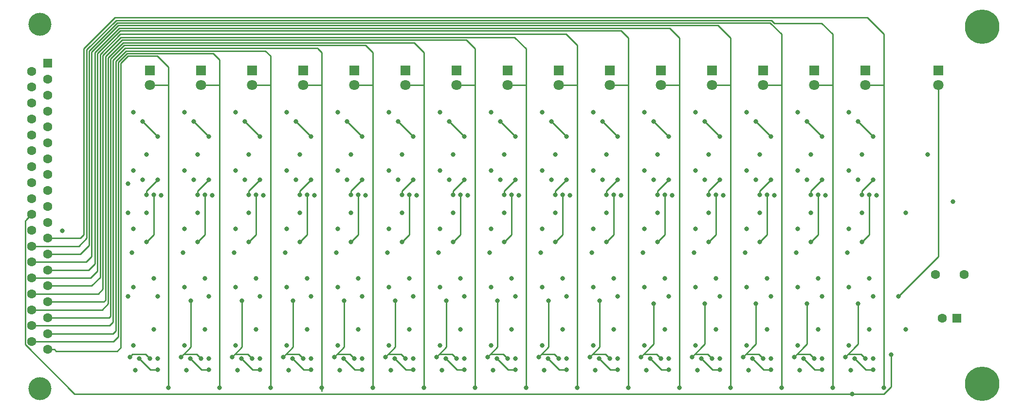
<source format=gbr>
G04 #@! TF.GenerationSoftware,KiCad,Pcbnew,5.1.5-52549c5~84~ubuntu18.04.1*
G04 #@! TF.CreationDate,2020-05-17T15:51:58-07:00*
G04 #@! TF.ProjectId,program_counter,70726f67-7261-46d5-9f63-6f756e746572,rev?*
G04 #@! TF.SameCoordinates,Original*
G04 #@! TF.FileFunction,Copper,L3,Inr*
G04 #@! TF.FilePolarity,Positive*
%FSLAX46Y46*%
G04 Gerber Fmt 4.6, Leading zero omitted, Abs format (unit mm)*
G04 Created by KiCad (PCBNEW 5.1.5-52549c5~84~ubuntu18.04.1) date 2020-05-17 15:51:58*
%MOMM*%
%LPD*%
G04 APERTURE LIST*
%ADD10C,4.000000*%
%ADD11C,1.600000*%
%ADD12R,1.600000X1.600000*%
%ADD13C,1.800000*%
%ADD14R,1.800000X1.800000*%
%ADD15C,6.000000*%
%ADD16C,0.800000*%
%ADD17C,0.250000*%
G04 APERTURE END LIST*
D10*
X72240000Y-129070000D03*
X72240000Y-65570000D03*
D11*
X70820000Y-120865000D03*
X70820000Y-118095000D03*
X70820000Y-115325000D03*
X70820000Y-112555000D03*
X70820000Y-109785000D03*
X70820000Y-107015000D03*
X70820000Y-104245000D03*
X70820000Y-101475000D03*
X70820000Y-98705000D03*
X70820000Y-95935000D03*
X70820000Y-93165000D03*
X70820000Y-90395000D03*
X70820000Y-87625000D03*
X70820000Y-84855000D03*
X70820000Y-82085000D03*
X70820000Y-79315000D03*
X70820000Y-76545000D03*
X70820000Y-73775000D03*
X73660000Y-122250000D03*
X73660000Y-119480000D03*
X73660000Y-116710000D03*
X73660000Y-113940000D03*
X73660000Y-111170000D03*
X73660000Y-108400000D03*
X73660000Y-105630000D03*
X73660000Y-102860000D03*
X73660000Y-100090000D03*
X73660000Y-97320000D03*
X73660000Y-94550000D03*
X73660000Y-91780000D03*
X73660000Y-89010000D03*
X73660000Y-86240000D03*
X73660000Y-83470000D03*
X73660000Y-80700000D03*
X73660000Y-77930000D03*
X73660000Y-75160000D03*
D12*
X73660000Y-72390000D03*
D13*
X228600000Y-76200000D03*
D14*
X228600000Y-73660000D03*
D11*
X228045000Y-109220000D03*
X233045000Y-109220000D03*
D13*
X207010000Y-76200000D03*
D14*
X207010000Y-73660000D03*
D13*
X91440000Y-76200000D03*
D14*
X91440000Y-73660000D03*
D13*
X100330000Y-76200000D03*
D14*
X100330000Y-73660000D03*
D13*
X109220000Y-76200000D03*
D14*
X109220000Y-73660000D03*
D13*
X118110000Y-76200000D03*
D14*
X118110000Y-73660000D03*
D13*
X127000000Y-76200000D03*
D14*
X127000000Y-73660000D03*
D13*
X135890000Y-76200000D03*
D14*
X135890000Y-73660000D03*
D13*
X144780000Y-76200000D03*
D14*
X144780000Y-73660000D03*
D13*
X153670000Y-76200000D03*
D14*
X153670000Y-73660000D03*
D13*
X162560000Y-76200000D03*
D14*
X162560000Y-73660000D03*
D13*
X171450000Y-76200000D03*
D14*
X171450000Y-73660000D03*
D13*
X180340000Y-76200000D03*
D14*
X180340000Y-73660000D03*
D13*
X189230000Y-76200000D03*
D14*
X189230000Y-73660000D03*
D13*
X198120000Y-76200000D03*
D14*
X198120000Y-73660000D03*
D13*
X215900000Y-76200000D03*
D14*
X215900000Y-73660000D03*
D11*
X229275000Y-116840000D03*
D12*
X231775000Y-116840000D03*
D15*
X236220000Y-66040000D03*
X236220000Y-128270000D03*
D16*
X88490000Y-121510000D03*
X97380000Y-121510000D03*
X106270000Y-121510000D03*
X115160000Y-121510000D03*
X124050000Y-121510000D03*
X132940000Y-121510000D03*
X141830000Y-121510000D03*
X150720000Y-121510000D03*
X159610000Y-121510000D03*
X168500000Y-121510000D03*
X177390000Y-121510000D03*
X186280000Y-121510000D03*
X195170000Y-121510000D03*
X204060000Y-121510000D03*
X212950000Y-121510000D03*
X88490000Y-111350000D03*
X97380000Y-111350000D03*
X106270000Y-111350000D03*
X115160000Y-111350000D03*
X124050000Y-111350000D03*
X132940000Y-111350000D03*
X141830000Y-111350000D03*
X150720000Y-111350000D03*
X159610000Y-111350000D03*
X168500000Y-111350000D03*
X177390000Y-111350000D03*
X186280000Y-111350000D03*
X195170000Y-111350000D03*
X204060000Y-111350000D03*
X212950000Y-111350000D03*
X88490000Y-101190000D03*
X97380000Y-101190000D03*
X106270000Y-101190000D03*
X115160000Y-101190000D03*
X124050000Y-101190000D03*
X132940000Y-101190000D03*
X141830000Y-101190000D03*
X150720000Y-101190000D03*
X159610000Y-101190000D03*
X168500000Y-101190000D03*
X177390000Y-101190000D03*
X186280000Y-101190000D03*
X195170000Y-101190000D03*
X204060000Y-101190000D03*
X212950000Y-101190000D03*
X88490000Y-91030000D03*
X97380000Y-91030000D03*
X106270000Y-91030000D03*
X115160000Y-91030000D03*
X124050000Y-91030000D03*
X132940000Y-91030000D03*
X141830000Y-91030000D03*
X150720000Y-91030000D03*
X159610000Y-91030000D03*
X168500000Y-91030000D03*
X177390000Y-91030000D03*
X186280000Y-91030000D03*
X195170000Y-91030000D03*
X204060000Y-91030000D03*
X212950000Y-91030000D03*
X88490000Y-80870000D03*
X97380000Y-80870000D03*
X106270000Y-80870000D03*
X115160000Y-80870000D03*
X124050000Y-80870000D03*
X132940000Y-80870000D03*
X141830000Y-80870000D03*
X150720000Y-80870000D03*
X159610000Y-80870000D03*
X168500000Y-80870000D03*
X177390000Y-80870000D03*
X186280000Y-80870000D03*
X195170000Y-80870000D03*
X204060000Y-80870000D03*
X212950000Y-80870000D03*
X231140000Y-96520000D03*
X219075000Y-128905000D03*
X210185000Y-128905000D03*
X201295000Y-128905000D03*
X192405000Y-128905000D03*
X183515000Y-128905000D03*
X174625000Y-128905000D03*
X165735000Y-128905000D03*
X156845000Y-128905000D03*
X147955000Y-128905000D03*
X139065000Y-128905000D03*
X130175000Y-128905000D03*
X121285000Y-128905000D03*
X112395000Y-128905000D03*
X103505000Y-128905000D03*
X94615000Y-128905000D03*
X217200000Y-113000000D03*
X208310000Y-113000000D03*
X199420000Y-113000000D03*
X190530000Y-113000000D03*
X181640000Y-113000000D03*
X172750000Y-113000000D03*
X163860000Y-113000000D03*
X154970000Y-113000000D03*
X146080000Y-113000000D03*
X137190000Y-113000000D03*
X128300000Y-113000000D03*
X119410000Y-113000000D03*
X110520000Y-113000000D03*
X101630000Y-113000000D03*
X92740000Y-113000000D03*
X76200000Y-101600000D03*
X87630000Y-113030000D03*
X221615000Y-113030000D03*
X100965000Y-109855000D03*
X118745000Y-109855000D03*
X136525000Y-109855000D03*
X154305000Y-109855000D03*
X172085000Y-109855000D03*
X189865000Y-109855000D03*
X207645000Y-109855000D03*
X90805000Y-98425000D03*
X99695000Y-98425000D03*
X108585000Y-98425000D03*
X117475000Y-98425000D03*
X126365000Y-98425000D03*
X135255000Y-98425000D03*
X144145000Y-98425000D03*
X153035000Y-98425000D03*
X161925000Y-98425000D03*
X170815000Y-98425000D03*
X179705000Y-98425000D03*
X188595000Y-98425000D03*
X197485000Y-98425000D03*
X206375000Y-98425000D03*
X215265000Y-98425000D03*
X222885000Y-98425000D03*
X87630000Y-98425000D03*
X92075000Y-109855000D03*
X109855000Y-109855000D03*
X127635000Y-109855000D03*
X145415000Y-109855000D03*
X163195000Y-109855000D03*
X180975000Y-109855000D03*
X198755000Y-109855000D03*
X216535000Y-109855000D03*
X213995000Y-123795000D03*
X217200000Y-125760000D03*
X215900000Y-123825000D03*
X212365000Y-123550000D03*
X214630000Y-114300000D03*
X92090000Y-118730000D03*
X100980000Y-118730000D03*
X109870000Y-118730000D03*
X118760000Y-118730000D03*
X127650000Y-118730000D03*
X136540000Y-118730000D03*
X145430000Y-118730000D03*
X154320000Y-118730000D03*
X163210000Y-118730000D03*
X172100000Y-118730000D03*
X180990000Y-118730000D03*
X189880000Y-118730000D03*
X198770000Y-118730000D03*
X207660000Y-118730000D03*
X216550000Y-118730000D03*
X222885000Y-118745000D03*
X90805000Y-88265000D03*
X99695000Y-88265000D03*
X108585000Y-88265000D03*
X117475000Y-88265000D03*
X126365000Y-88265000D03*
X135255000Y-88265000D03*
X144145000Y-88265000D03*
X153035000Y-88265000D03*
X161925000Y-88265000D03*
X170815000Y-88265000D03*
X179705000Y-88265000D03*
X188595000Y-88265000D03*
X197485000Y-88265000D03*
X206375000Y-88265000D03*
X215265000Y-88265000D03*
X226695000Y-88265000D03*
X217805000Y-95350000D03*
X214600000Y-92680000D03*
X215250000Y-95265000D03*
X217200000Y-92680000D03*
X89535000Y-123795000D03*
X92740000Y-125760000D03*
X91440000Y-123825000D03*
X87905000Y-123550000D03*
X90140000Y-92680000D03*
X93345000Y-95350000D03*
X92740000Y-92680000D03*
X90790000Y-95265000D03*
X90140000Y-82520000D03*
X92740000Y-85120000D03*
X98552000Y-113792000D03*
X100330000Y-123825000D03*
X96795000Y-123550000D03*
X99680000Y-95265000D03*
X101630000Y-92680000D03*
X101630000Y-85120000D03*
X99030000Y-82520000D03*
X107315000Y-123795000D03*
X110520000Y-125760000D03*
X109220000Y-123825000D03*
X105685000Y-123550000D03*
X107442000Y-113792000D03*
X111125000Y-95350000D03*
X107920000Y-92680000D03*
X108570000Y-95265000D03*
X110520000Y-92680000D03*
X116205000Y-123795000D03*
X119410000Y-125760000D03*
X118110000Y-123825000D03*
X114575000Y-123550000D03*
X116332000Y-113792000D03*
X120015000Y-95350000D03*
X116810000Y-92680000D03*
X117460000Y-95265000D03*
X119410000Y-92680000D03*
X119410000Y-85120000D03*
X116810000Y-82520000D03*
X127000000Y-123825000D03*
X123465000Y-123550000D03*
X125222000Y-113792000D03*
X126350000Y-95265000D03*
X128300000Y-92680000D03*
X128300000Y-85120000D03*
X125700000Y-82520000D03*
X133985000Y-123795000D03*
X137190000Y-125760000D03*
X135890000Y-123825000D03*
X132355000Y-123550000D03*
X134112000Y-113792000D03*
X137795000Y-95350000D03*
X134590000Y-92680000D03*
X135240000Y-95265000D03*
X137190000Y-92680000D03*
X142875000Y-123795000D03*
X146080000Y-125760000D03*
X144780000Y-123825000D03*
X141245000Y-123550000D03*
X143002000Y-113792000D03*
X146685000Y-95350000D03*
X143480000Y-92680000D03*
X144130000Y-95265000D03*
X146080000Y-92680000D03*
X146080000Y-85120000D03*
X143480000Y-82520000D03*
X153670000Y-123825000D03*
X150135000Y-123550000D03*
X151892000Y-113792000D03*
X153020000Y-95265000D03*
X154970000Y-92680000D03*
X154970000Y-85120000D03*
X152370000Y-82520000D03*
X160655000Y-123795000D03*
X163860000Y-125760000D03*
X162560000Y-123825000D03*
X159025000Y-123550000D03*
X160782000Y-113792000D03*
X164465000Y-95350000D03*
X161260000Y-92680000D03*
X161910000Y-95265000D03*
X163860000Y-92680000D03*
X217200000Y-123795000D03*
X213360000Y-125845000D03*
X220345000Y-123190000D03*
X213544990Y-129990010D03*
X212725000Y-105410000D03*
X203835000Y-105410000D03*
X194945000Y-105410000D03*
X186055000Y-105410000D03*
X177165000Y-105410000D03*
X168275000Y-105410000D03*
X159385000Y-105410000D03*
X150495000Y-105410000D03*
X141605000Y-105410000D03*
X132715000Y-105410000D03*
X123825000Y-105410000D03*
X114935000Y-105410000D03*
X106045000Y-105410000D03*
X97155000Y-105410000D03*
X88265000Y-105410000D03*
X87630000Y-93345000D03*
X208310000Y-123795000D03*
X204470000Y-125845000D03*
X215250000Y-103520000D03*
X216550000Y-95265000D03*
X217200000Y-85120000D03*
X214600000Y-82520000D03*
X92740000Y-123795000D03*
X88900000Y-125845000D03*
X92090000Y-95265000D03*
X90790000Y-103520000D03*
X98425000Y-123795000D03*
X101630000Y-125760000D03*
X97790000Y-125845000D03*
X101630000Y-123795000D03*
X99680000Y-103520000D03*
X100980000Y-95265000D03*
X102235000Y-95350000D03*
X99030000Y-92680000D03*
X110520000Y-123795000D03*
X106680000Y-125845000D03*
X108570000Y-103520000D03*
X109870000Y-95265000D03*
X110520000Y-85120000D03*
X107920000Y-82520000D03*
X119410000Y-123795000D03*
X115570000Y-125845000D03*
X117460000Y-103520000D03*
X118760000Y-95265000D03*
X125095000Y-123795000D03*
X128300000Y-125760000D03*
X128300000Y-123795000D03*
X124460000Y-125845000D03*
X126350000Y-103520000D03*
X127650000Y-95265000D03*
X128905000Y-95350000D03*
X125700000Y-92680000D03*
X137190000Y-123795000D03*
X133350000Y-125845000D03*
X135240000Y-103520000D03*
X136540000Y-95265000D03*
X137190000Y-85120000D03*
X134590000Y-82520000D03*
X146080000Y-123795000D03*
X142240000Y-125845000D03*
X144130000Y-103520000D03*
X145430000Y-95265000D03*
X151765000Y-123795000D03*
X154970000Y-125760000D03*
X154970000Y-123795000D03*
X151130000Y-125845000D03*
X153020000Y-103520000D03*
X154320000Y-95265000D03*
X155575000Y-95350000D03*
X152370000Y-92680000D03*
X163860000Y-123795000D03*
X160020000Y-125845000D03*
X161910000Y-103520000D03*
X163210000Y-95265000D03*
X163860000Y-85120000D03*
X161260000Y-82520000D03*
X169545000Y-123795000D03*
X172750000Y-125760000D03*
X171450000Y-123825000D03*
X167915000Y-123550000D03*
X169672000Y-113792000D03*
X172750000Y-123795000D03*
X168910000Y-125845000D03*
X170800000Y-103520000D03*
X172100000Y-95265000D03*
X173355000Y-95350000D03*
X170150000Y-92680000D03*
X170800000Y-95265000D03*
X172750000Y-92680000D03*
X172750000Y-85120000D03*
X170150000Y-82520000D03*
X178435000Y-123795000D03*
X181640000Y-125760000D03*
X180340000Y-123825000D03*
X176805000Y-123550000D03*
X179070000Y-114300000D03*
X181640000Y-123795000D03*
X177800000Y-125845000D03*
X179690000Y-103520000D03*
X180990000Y-95265000D03*
X182245000Y-95350000D03*
X179040000Y-92680000D03*
X179690000Y-95265000D03*
X181640000Y-92680000D03*
X181640000Y-85120000D03*
X179040000Y-82520000D03*
X187325000Y-123795000D03*
X190530000Y-125760000D03*
X189230000Y-123825000D03*
X185695000Y-123550000D03*
X187960000Y-114300000D03*
X190530000Y-123795000D03*
X186690000Y-125845000D03*
X188580000Y-103520000D03*
X189880000Y-95265000D03*
X191135000Y-95350000D03*
X187930000Y-92680000D03*
X188580000Y-95265000D03*
X190530000Y-92680000D03*
X190530000Y-85120000D03*
X187930000Y-82520000D03*
X196215000Y-123795000D03*
X199420000Y-125760000D03*
X198120000Y-123825000D03*
X194585000Y-123550000D03*
X196850000Y-114300000D03*
X199420000Y-123795000D03*
X195580000Y-125845000D03*
X197470000Y-103520000D03*
X198770000Y-95265000D03*
X200025000Y-95350000D03*
X196820000Y-92680000D03*
X197470000Y-95265000D03*
X199420000Y-92680000D03*
X199420000Y-85120000D03*
X196820000Y-82520000D03*
X205105000Y-123795000D03*
X208310000Y-125760000D03*
X207010000Y-123825000D03*
X203475000Y-123550000D03*
X205740000Y-114300000D03*
X206360000Y-103520000D03*
X207660000Y-95265000D03*
X208915000Y-95350000D03*
X205710000Y-92680000D03*
X206360000Y-95265000D03*
X208310000Y-92680000D03*
X208310000Y-85120000D03*
X205710000Y-82520000D03*
D17*
X73660000Y-102860000D02*
X79304972Y-102860000D01*
X79929973Y-69834489D02*
X85339512Y-64424952D01*
X79304972Y-102860000D02*
X79929972Y-102235000D01*
X79929972Y-102235000D02*
X79929973Y-69834489D01*
X85339512Y-64424952D02*
X216189952Y-64424952D01*
X219075000Y-67310000D02*
X219075000Y-128905000D01*
X216189952Y-64424952D02*
X219075000Y-67310000D01*
X215900000Y-76200000D02*
X219075000Y-76200000D01*
X208280000Y-65405000D02*
X210185000Y-67310000D01*
X200026410Y-65405000D02*
X208280000Y-65405000D01*
X79004981Y-104245000D02*
X80379981Y-102870000D01*
X80379981Y-102870000D02*
X80379982Y-70020890D01*
X70820000Y-104245000D02*
X79004981Y-104245000D01*
X80379982Y-70020890D02*
X85525911Y-64874961D01*
X85525911Y-64874961D02*
X199496370Y-64874960D01*
X199496370Y-64874960D02*
X200026410Y-65405000D01*
X207010000Y-76200000D02*
X210185000Y-76200000D01*
X210185000Y-67310000D02*
X210185000Y-76200000D01*
X210185000Y-76200000D02*
X210185000Y-128905000D01*
X73660000Y-105630000D02*
X79339990Y-105630000D01*
X80829991Y-70207289D02*
X85712310Y-65324970D01*
X79339990Y-105630000D02*
X80829990Y-104140000D01*
X80829990Y-104140000D02*
X80829991Y-70207289D01*
X85712310Y-65324970D02*
X199309970Y-65324970D01*
X201295000Y-67310000D02*
X201295000Y-128905000D01*
X199309970Y-65324970D02*
X201295000Y-67310000D01*
X198120000Y-76200000D02*
X201295000Y-76200000D01*
X70820000Y-107015000D02*
X80310000Y-107015000D01*
X80310000Y-107015000D02*
X81280000Y-106045000D01*
X81280000Y-70393690D02*
X85898710Y-65774980D01*
X81280000Y-106045000D02*
X81280000Y-70393690D01*
X85898710Y-65774980D02*
X190234980Y-65774980D01*
X190234980Y-65774980D02*
X192405000Y-67945000D01*
X189230000Y-76200000D02*
X192405000Y-76200000D01*
X192405000Y-67945000D02*
X192405000Y-76200000D01*
X192405000Y-76200000D02*
X192405000Y-128905000D01*
X73660000Y-108400000D02*
X80749972Y-108400000D01*
X81834973Y-70475127D02*
X86085110Y-66224990D01*
X80749972Y-108400000D02*
X81834972Y-107315000D01*
X81834972Y-107315000D02*
X81834973Y-70475127D01*
X86085110Y-66224990D02*
X181794990Y-66224990D01*
X183515000Y-67945000D02*
X183515000Y-128905000D01*
X181794990Y-66224990D02*
X183515000Y-67945000D01*
X180340000Y-76200000D02*
X183515000Y-76200000D01*
X70820000Y-109785000D02*
X81084981Y-109785000D01*
X82284981Y-108585000D02*
X82284982Y-70661528D01*
X81084981Y-109785000D02*
X82284981Y-108585000D01*
X82284982Y-70661528D02*
X86271510Y-66675000D01*
X86271510Y-66675000D02*
X173355000Y-66675000D01*
X173355000Y-66675000D02*
X174625000Y-67945000D01*
X171450000Y-76200000D02*
X174625000Y-76200000D01*
X174625000Y-67945000D02*
X174625000Y-76200000D01*
X174625000Y-76200000D02*
X174625000Y-128905000D01*
X73660000Y-111170000D02*
X81235000Y-111170000D01*
X82734991Y-70847929D02*
X86272920Y-67310000D01*
X81235000Y-111170000D02*
X82734990Y-109670010D01*
X82734990Y-109670010D02*
X82734991Y-70847929D01*
X86272920Y-67310000D02*
X163830000Y-67310000D01*
X163830000Y-67310000D02*
X165735000Y-69215000D01*
X162560000Y-76200000D02*
X165735000Y-76200000D01*
X165735000Y-69215000D02*
X165735000Y-76200000D01*
X165735000Y-76200000D02*
X165735000Y-128905000D01*
X70820000Y-112555000D02*
X82390000Y-112555000D01*
X82390000Y-112555000D02*
X83185000Y-111760000D01*
X83185000Y-71034330D02*
X86354360Y-67864970D01*
X83185000Y-111760000D02*
X83185000Y-71034330D01*
X86354360Y-67864970D02*
X154859970Y-67864970D01*
X154859970Y-67864970D02*
X156845000Y-69850000D01*
X153670000Y-76200000D02*
X156845000Y-76200000D01*
X156845000Y-69850000D02*
X156845000Y-76200000D01*
X156845000Y-76200000D02*
X156845000Y-128905000D01*
X73660000Y-113940000D02*
X83384944Y-113940000D01*
X83659945Y-71195795D02*
X86540760Y-68314980D01*
X83384944Y-113940000D02*
X83659944Y-113665000D01*
X83659944Y-113665000D02*
X83659945Y-71195795D01*
X86540760Y-68314980D02*
X146419980Y-68314980D01*
X146419980Y-68314980D02*
X147955000Y-69850000D01*
X147955000Y-69850000D02*
X147955000Y-128905000D01*
X144780000Y-76200000D02*
X147955000Y-76200000D01*
X70820000Y-115325000D02*
X83084953Y-115325000D01*
X84109953Y-114300000D02*
X84109954Y-71382196D01*
X83084953Y-115325000D02*
X84109953Y-114300000D01*
X86727160Y-68764990D02*
X137344990Y-68764990D01*
X84109954Y-71382196D02*
X86727160Y-68764990D01*
X139065000Y-70485000D02*
X139065000Y-128905000D01*
X137344990Y-68764990D02*
X139065000Y-70485000D01*
X135890000Y-76200000D02*
X139065000Y-76200000D01*
X73660000Y-116710000D02*
X84325000Y-116710000D01*
X84559963Y-71568597D02*
X86913560Y-69215000D01*
X84325000Y-116710000D02*
X84559963Y-116475037D01*
X84559963Y-116475037D02*
X84559963Y-71568597D01*
X86913560Y-69215000D02*
X128905000Y-69215000D01*
X128905000Y-69215000D02*
X130175000Y-70485000D01*
X130175000Y-70485000D02*
X130175000Y-76200000D01*
X127000000Y-76200000D02*
X130175000Y-76200000D01*
X130175000Y-76200000D02*
X130175000Y-128905000D01*
X121285000Y-70485000D02*
X121285000Y-129540000D01*
X84389972Y-118095000D02*
X85009972Y-117475000D01*
X70820000Y-118095000D02*
X84389972Y-118095000D01*
X85009972Y-117475000D02*
X85009973Y-71830797D01*
X85009973Y-71830797D02*
X87070800Y-69769970D01*
X120650000Y-69850000D02*
X121285000Y-70485000D01*
X120650000Y-69769970D02*
X120650000Y-69850000D01*
X118110000Y-76200000D02*
X121285000Y-76200000D01*
X120650000Y-69769970D02*
X87075030Y-69769970D01*
X84990000Y-119480000D02*
X85459981Y-119010019D01*
X73660000Y-119480000D02*
X84990000Y-119480000D01*
X85459981Y-119010019D02*
X85459982Y-72017198D01*
X85459982Y-72017198D02*
X87257200Y-70219980D01*
X87257200Y-70219980D02*
X111494980Y-70219980D01*
X111494980Y-70219980D02*
X112395000Y-71120000D01*
X109220000Y-76200000D02*
X112395000Y-76200000D01*
X112395000Y-71120000D02*
X112395000Y-76200000D01*
X112395000Y-76200000D02*
X112395000Y-128905000D01*
X70820000Y-120865000D02*
X85059990Y-120865000D01*
X87443600Y-70669990D02*
X102419990Y-70669990D01*
X85909991Y-72203599D02*
X87443600Y-70669990D01*
X85059990Y-120865000D02*
X85909990Y-120015000D01*
X85909990Y-120015000D02*
X85909991Y-72203599D01*
X103505000Y-71755000D02*
X103505000Y-128905000D01*
X102419990Y-70669990D02*
X103505000Y-71755000D01*
X100330000Y-76200000D02*
X103505000Y-76200000D01*
X92710000Y-71120000D02*
X94615000Y-73025000D01*
X87630000Y-71120000D02*
X92710000Y-71120000D01*
X74791370Y-122250000D02*
X75096370Y-122555000D01*
X73660000Y-122250000D02*
X74791370Y-122250000D01*
X85725000Y-122555000D02*
X86360000Y-121920000D01*
X86360000Y-121920000D02*
X86360000Y-72390000D01*
X75096370Y-122555000D02*
X85725000Y-122555000D01*
X86360000Y-72390000D02*
X87630000Y-71120000D01*
X91440000Y-76200000D02*
X94615000Y-76200000D01*
X94615000Y-73025000D02*
X94615000Y-76200000D01*
X94615000Y-76200000D02*
X94615000Y-128905000D01*
X228600000Y-106045000D02*
X228600000Y-76200000D01*
X221615000Y-113030000D02*
X228600000Y-106045000D01*
X213995000Y-123795000D02*
X215960000Y-125760000D01*
X215960000Y-125760000D02*
X217200000Y-125760000D01*
X215144999Y-123069999D02*
X212845001Y-123069999D01*
X214122000Y-121793000D02*
X212365000Y-123550000D01*
X215900000Y-123825000D02*
X215144999Y-123069999D01*
X214630000Y-121285000D02*
X214122000Y-121793000D01*
X214630000Y-114300000D02*
X214630000Y-121285000D01*
X215250000Y-95265000D02*
X215250000Y-94630000D01*
X215250000Y-94630000D02*
X217200000Y-92680000D01*
X91500000Y-125760000D02*
X92740000Y-125760000D01*
X89535000Y-123795000D02*
X91500000Y-125760000D01*
X88304999Y-123150001D02*
X87905000Y-123550000D01*
X88385001Y-123069999D02*
X88304999Y-123150001D01*
X90684999Y-123069999D02*
X88385001Y-123069999D01*
X91440000Y-123825000D02*
X90684999Y-123069999D01*
X90790000Y-94630000D02*
X92740000Y-92680000D01*
X90790000Y-95265000D02*
X90790000Y-94630000D01*
X90140000Y-82520000D02*
X92740000Y-85120000D01*
X99574999Y-123069999D02*
X97275001Y-123069999D01*
X97194999Y-123150001D02*
X96795000Y-123550000D01*
X100330000Y-123825000D02*
X99574999Y-123069999D01*
X98552000Y-121793000D02*
X96795000Y-123550000D01*
X98552000Y-113792000D02*
X98552000Y-121793000D01*
X99680000Y-95265000D02*
X99680000Y-94630000D01*
X99680000Y-94630000D02*
X101630000Y-92680000D01*
X99030000Y-82520000D02*
X101630000Y-85120000D01*
X107315000Y-123795000D02*
X109280000Y-125760000D01*
X109280000Y-125760000D02*
X110520000Y-125760000D01*
X108464999Y-123069999D02*
X106165001Y-123069999D01*
X107442000Y-121793000D02*
X105685000Y-123550000D01*
X107442000Y-113792000D02*
X107442000Y-121793000D01*
X109220000Y-123825000D02*
X108464999Y-123069999D01*
X108570000Y-95265000D02*
X108570000Y-94630000D01*
X108570000Y-94630000D02*
X110520000Y-92680000D01*
X116205000Y-123795000D02*
X118170000Y-125760000D01*
X118170000Y-125760000D02*
X119410000Y-125760000D01*
X117354999Y-123069999D02*
X115055001Y-123069999D01*
X116332000Y-121793000D02*
X114575000Y-123550000D01*
X116332000Y-113792000D02*
X116332000Y-121793000D01*
X118110000Y-123825000D02*
X117354999Y-123069999D01*
X117460000Y-95265000D02*
X117460000Y-94630000D01*
X117460000Y-94630000D02*
X119410000Y-92680000D01*
X116810000Y-82520000D02*
X119410000Y-85120000D01*
X126244999Y-123069999D02*
X123945001Y-123069999D01*
X125222000Y-121793000D02*
X123465000Y-123550000D01*
X125222000Y-113792000D02*
X125222000Y-121793000D01*
X127000000Y-123825000D02*
X126244999Y-123069999D01*
X126350000Y-95265000D02*
X126350000Y-94630000D01*
X126350000Y-94630000D02*
X128300000Y-92680000D01*
X125700000Y-82520000D02*
X128300000Y-85120000D01*
X133985000Y-123795000D02*
X135950000Y-125760000D01*
X135950000Y-125760000D02*
X137190000Y-125760000D01*
X135134999Y-123069999D02*
X132835001Y-123069999D01*
X134112000Y-121793000D02*
X132355000Y-123550000D01*
X134112000Y-113792000D02*
X134112000Y-121793000D01*
X135890000Y-123825000D02*
X135134999Y-123069999D01*
X135240000Y-95265000D02*
X135240000Y-94630000D01*
X135240000Y-94630000D02*
X137190000Y-92680000D01*
X142875000Y-123795000D02*
X144840000Y-125760000D01*
X144840000Y-125760000D02*
X146080000Y-125760000D01*
X144024999Y-123069999D02*
X141725001Y-123069999D01*
X143002000Y-121793000D02*
X141245000Y-123550000D01*
X143002000Y-113792000D02*
X143002000Y-121793000D01*
X144780000Y-123825000D02*
X144024999Y-123069999D01*
X144130000Y-95265000D02*
X144130000Y-94630000D01*
X144130000Y-94630000D02*
X146080000Y-92680000D01*
X143480000Y-82520000D02*
X146080000Y-85120000D01*
X152914999Y-123069999D02*
X150615001Y-123069999D01*
X151892000Y-121793000D02*
X150135000Y-123550000D01*
X151892000Y-113792000D02*
X151892000Y-121793000D01*
X153670000Y-123825000D02*
X152914999Y-123069999D01*
X153020000Y-95265000D02*
X153020000Y-94630000D01*
X153020000Y-94630000D02*
X154970000Y-92680000D01*
X152370000Y-82520000D02*
X154970000Y-85120000D01*
X160655000Y-123795000D02*
X162620000Y-125760000D01*
X162620000Y-125760000D02*
X163860000Y-125760000D01*
X161804999Y-123069999D02*
X159505001Y-123069999D01*
X160782000Y-121793000D02*
X159025000Y-123550000D01*
X160782000Y-113792000D02*
X160782000Y-121793000D01*
X162560000Y-123825000D02*
X161804999Y-123069999D01*
X161910000Y-95265000D02*
X161910000Y-94630000D01*
X161910000Y-94630000D02*
X163860000Y-92680000D01*
X70020001Y-99504999D02*
X70820000Y-98705000D01*
X69694999Y-121405001D02*
X69694999Y-99830001D01*
X78280008Y-129990010D02*
X69694999Y-121405001D01*
X219062992Y-129990010D02*
X213544990Y-129990010D01*
X220345000Y-128708002D02*
X219062992Y-129990010D01*
X69694999Y-99830001D02*
X70020001Y-99504999D01*
X220345000Y-123190000D02*
X220345000Y-128708002D01*
X213544990Y-129990010D02*
X78280008Y-129990010D01*
X216550000Y-95265000D02*
X216550000Y-102220000D01*
X216550000Y-102220000D02*
X215250000Y-103520000D01*
X214600000Y-82520000D02*
X217200000Y-85120000D01*
X92090000Y-102220000D02*
X90790000Y-103520000D01*
X92090000Y-95265000D02*
X92090000Y-102220000D01*
X98425000Y-123795000D02*
X100390000Y-125760000D01*
X100390000Y-125760000D02*
X101630000Y-125760000D01*
X100980000Y-95265000D02*
X100980000Y-102220000D01*
X100980000Y-102220000D02*
X99680000Y-103520000D01*
X109870000Y-95265000D02*
X109870000Y-102220000D01*
X109870000Y-102220000D02*
X108570000Y-103520000D01*
X107920000Y-82520000D02*
X110520000Y-85120000D01*
X118760000Y-95265000D02*
X118760000Y-102220000D01*
X118760000Y-102220000D02*
X117460000Y-103520000D01*
X125095000Y-123795000D02*
X127060000Y-125760000D01*
X127060000Y-125760000D02*
X128300000Y-125760000D01*
X127650000Y-95265000D02*
X127650000Y-102220000D01*
X127650000Y-102220000D02*
X126350000Y-103520000D01*
X136540000Y-95265000D02*
X136540000Y-102220000D01*
X136540000Y-102220000D02*
X135240000Y-103520000D01*
X134590000Y-82520000D02*
X137190000Y-85120000D01*
X145430000Y-95265000D02*
X145430000Y-102220000D01*
X145430000Y-102220000D02*
X144130000Y-103520000D01*
X151765000Y-123795000D02*
X153730000Y-125760000D01*
X153730000Y-125760000D02*
X154970000Y-125760000D01*
X154320000Y-95265000D02*
X154320000Y-102220000D01*
X154320000Y-102220000D02*
X153020000Y-103520000D01*
X163210000Y-95265000D02*
X163210000Y-102220000D01*
X163210000Y-102220000D02*
X161910000Y-103520000D01*
X161260000Y-82520000D02*
X163860000Y-85120000D01*
X169545000Y-123795000D02*
X171510000Y-125760000D01*
X171510000Y-125760000D02*
X172750000Y-125760000D01*
X170694999Y-123069999D02*
X168395001Y-123069999D01*
X169672000Y-121793000D02*
X167915000Y-123550000D01*
X169672000Y-113792000D02*
X169672000Y-121793000D01*
X171450000Y-123825000D02*
X170694999Y-123069999D01*
X172100000Y-95265000D02*
X172100000Y-102220000D01*
X172100000Y-102220000D02*
X170800000Y-103520000D01*
X170800000Y-95265000D02*
X170800000Y-94630000D01*
X170800000Y-94630000D02*
X172750000Y-92680000D01*
X170150000Y-82520000D02*
X172750000Y-85120000D01*
X178435000Y-123795000D02*
X180400000Y-125760000D01*
X180400000Y-125760000D02*
X181640000Y-125760000D01*
X179584999Y-123069999D02*
X177285001Y-123069999D01*
X178562000Y-121793000D02*
X176805000Y-123550000D01*
X180340000Y-123825000D02*
X179584999Y-123069999D01*
X179070000Y-121285000D02*
X178562000Y-121793000D01*
X179070000Y-114300000D02*
X179070000Y-121285000D01*
X180990000Y-95265000D02*
X180990000Y-102220000D01*
X180990000Y-102220000D02*
X179690000Y-103520000D01*
X179690000Y-95265000D02*
X179690000Y-94630000D01*
X179690000Y-94630000D02*
X181640000Y-92680000D01*
X179040000Y-82520000D02*
X181640000Y-85120000D01*
X187325000Y-123795000D02*
X189290000Y-125760000D01*
X189290000Y-125760000D02*
X190530000Y-125760000D01*
X188474999Y-123069999D02*
X186175001Y-123069999D01*
X187452000Y-121793000D02*
X185695000Y-123550000D01*
X189230000Y-123825000D02*
X188474999Y-123069999D01*
X187960000Y-121285000D02*
X187452000Y-121793000D01*
X187960000Y-114300000D02*
X187960000Y-121285000D01*
X189880000Y-95265000D02*
X189880000Y-102220000D01*
X189880000Y-102220000D02*
X188580000Y-103520000D01*
X188580000Y-95265000D02*
X188580000Y-94630000D01*
X188580000Y-94630000D02*
X190530000Y-92680000D01*
X187930000Y-82520000D02*
X190530000Y-85120000D01*
X196215000Y-123795000D02*
X198180000Y-125760000D01*
X198180000Y-125760000D02*
X199420000Y-125760000D01*
X197364999Y-123069999D02*
X195065001Y-123069999D01*
X196342000Y-121793000D02*
X194585000Y-123550000D01*
X198120000Y-123825000D02*
X197364999Y-123069999D01*
X196850000Y-121285000D02*
X196342000Y-121793000D01*
X196850000Y-114300000D02*
X196850000Y-121285000D01*
X198770000Y-95265000D02*
X198770000Y-102220000D01*
X198770000Y-102220000D02*
X197470000Y-103520000D01*
X197470000Y-95265000D02*
X197470000Y-94630000D01*
X197470000Y-94630000D02*
X199420000Y-92680000D01*
X196820000Y-82520000D02*
X199420000Y-85120000D01*
X205105000Y-123795000D02*
X207070000Y-125760000D01*
X207070000Y-125760000D02*
X208310000Y-125760000D01*
X206254999Y-123069999D02*
X203955001Y-123069999D01*
X207010000Y-123825000D02*
X206254999Y-123069999D01*
X205232000Y-121793000D02*
X203475000Y-123550000D01*
X205740000Y-114300000D02*
X205740000Y-121285000D01*
X205740000Y-121285000D02*
X205232000Y-121793000D01*
X207660000Y-95265000D02*
X207660000Y-102220000D01*
X207660000Y-102220000D02*
X206360000Y-103520000D01*
X206360000Y-95265000D02*
X206360000Y-94630000D01*
X206360000Y-94630000D02*
X208310000Y-92680000D01*
X205710000Y-82520000D02*
X208310000Y-85120000D01*
M02*

</source>
